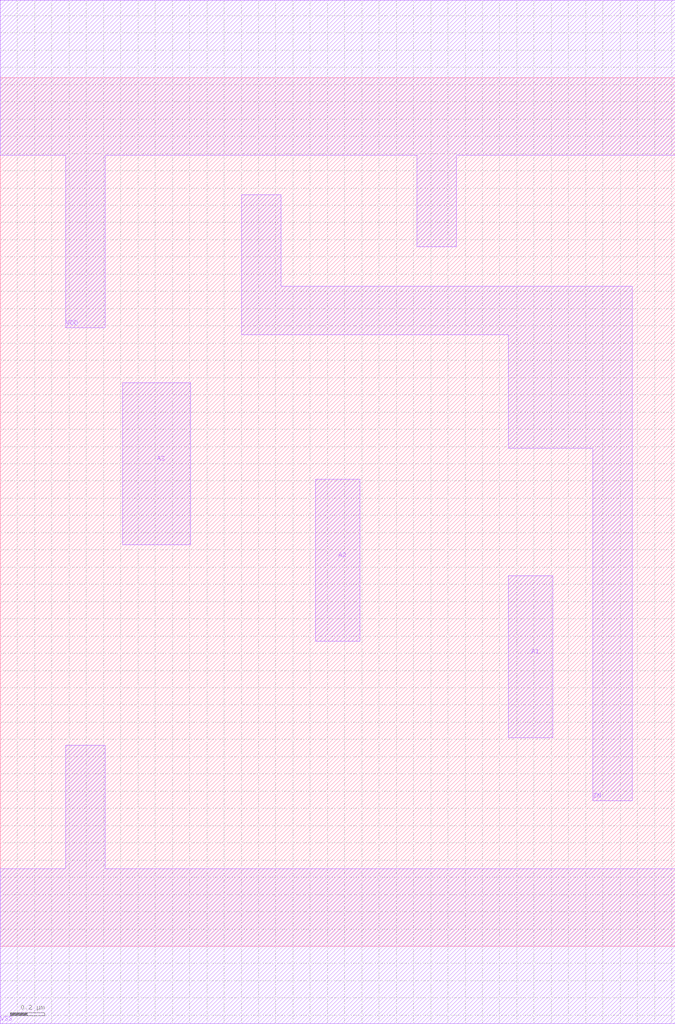
<source format=lef>
# Copyright 2022 GlobalFoundries PDK Authors
#
# Licensed under the Apache License, Version 2.0 (the "License");
# you may not use this file except in compliance with the License.
# You may obtain a copy of the License at
#
#      http://www.apache.org/licenses/LICENSE-2.0
#
# Unless required by applicable law or agreed to in writing, software
# distributed under the License is distributed on an "AS IS" BASIS,
# WITHOUT WARRANTIES OR CONDITIONS OF ANY KIND, either express or implied.
# See the License for the specific language governing permissions and
# limitations under the License.

MACRO gf180mcu_fd_sc_mcu9t5v0__nand3_1
  CLASS core ;
  FOREIGN gf180mcu_fd_sc_mcu9t5v0__nand3_1 0.0 0.0 ;
  ORIGIN 0 0 ;
  SYMMETRY X Y ;
  SITE GF018hv5v_green_sc9 ;
  SIZE 3.92 BY 5.04 ;
  PIN A1
    DIRECTION INPUT ;
    ANTENNAGATEAREA 1.522 ;
    PORT
      LAYER Metal1 ;
        POLYGON 2.95 1.21 3.21 1.21 3.21 2.15 2.95 2.15  ;
    END
  END A1
  PIN A2
    DIRECTION INPUT ;
    ANTENNAGATEAREA 1.522 ;
    PORT
      LAYER Metal1 ;
        POLYGON 1.83 1.77 2.09 1.77 2.09 2.71 1.83 2.71  ;
    END
  END A2
  PIN A3
    DIRECTION INPUT ;
    ANTENNAGATEAREA 1.522 ;
    PORT
      LAYER Metal1 ;
        POLYGON 0.71 2.33 1.105 2.33 1.105 3.27 0.71 3.27  ;
    END
  END A3
  PIN ZN
    DIRECTION OUTPUT ;
    ANTENNADIFFAREA 1.9824 ;
    PORT
      LAYER Metal1 ;
        POLYGON 1.4 3.55 2.95 3.55 2.95 2.89 3.44 2.89 3.44 0.845 3.67 0.845 3.67 3.83 1.63 3.83 1.63 4.36 1.4 4.36  ;
    END
  END ZN
  PIN VDD
    DIRECTION INOUT ;
    USE power ;
    SHAPE ABUTMENT ;
    PORT
      LAYER Metal1 ;
        POLYGON 0 4.59 0.38 4.59 0.38 3.59 0.61 3.59 0.61 4.59 2.42 4.59 2.42 4.06 2.65 4.06 2.65 4.59 3.92 4.59 3.92 5.49 0 5.49  ;
    END
  END VDD
  PIN VSS
    DIRECTION INOUT ;
    USE ground ;
    SHAPE ABUTMENT ;
    PORT
      LAYER Metal1 ;
        POLYGON 0 -0.45 3.92 -0.45 3.92 0.45 0.61 0.45 0.61 1.165 0.38 1.165 0.38 0.45 0 0.45  ;
    END
  END VSS
END gf180mcu_fd_sc_mcu9t5v0__nand3_1

</source>
